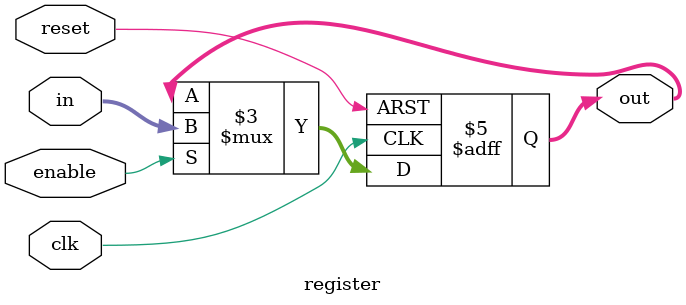
<source format=sv>
module register #(parameter WIDTH = 32)(
	input logic [WIDTH-1:0] in, //Inputs
	input logic reset, // Reset
	input logic clk, // Clock
	input logic enable, // enable
	output logic [WIDTH-1:0] out // Output
);

 always_ff @(posedge clk or posedge reset) begin
        if (reset)
            out = '0;
        else if (enable)
            out = in;
    end 
	 
endmodule
</source>
